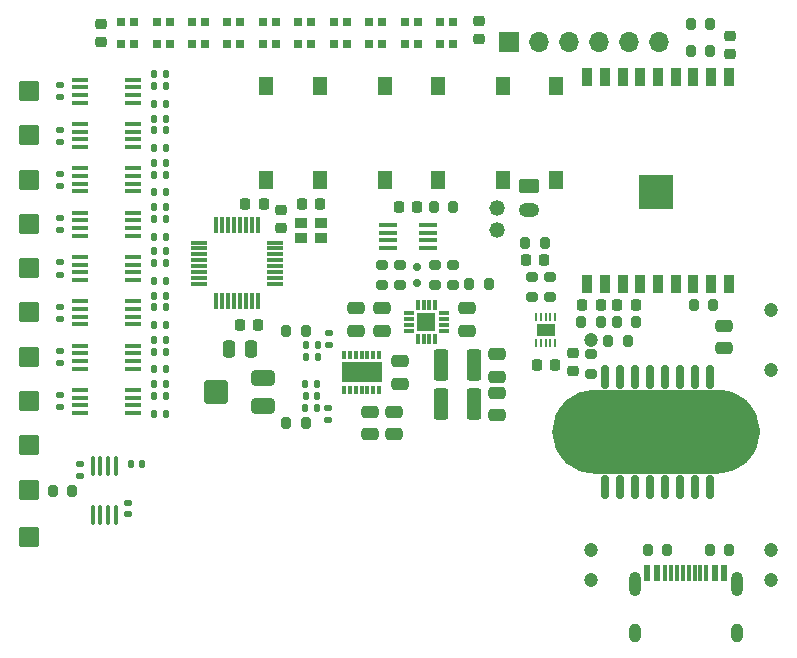
<source format=gbr>
%TF.GenerationSoftware,KiCad,Pcbnew,9.0.2*%
%TF.CreationDate,2025-12-06T18:07:06+09:00*%
%TF.ProjectId,ECG,4543472e-6b69-4636-9164-5f7063625858,rev?*%
%TF.SameCoordinates,Original*%
%TF.FileFunction,Soldermask,Top*%
%TF.FilePolarity,Negative*%
%FSLAX46Y46*%
G04 Gerber Fmt 4.6, Leading zero omitted, Abs format (unit mm)*
G04 Created by KiCad (PCBNEW 9.0.2) date 2025-12-06 18:07:06*
%MOMM*%
%LPD*%
G01*
G04 APERTURE LIST*
G04 Aperture macros list*
%AMRoundRect*
0 Rectangle with rounded corners*
0 $1 Rounding radius*
0 $2 $3 $4 $5 $6 $7 $8 $9 X,Y pos of 4 corners*
0 Add a 4 corners polygon primitive as box body*
4,1,4,$2,$3,$4,$5,$6,$7,$8,$9,$2,$3,0*
0 Add four circle primitives for the rounded corners*
1,1,$1+$1,$2,$3*
1,1,$1+$1,$4,$5*
1,1,$1+$1,$6,$7*
1,1,$1+$1,$8,$9*
0 Add four rect primitives between the rounded corners*
20,1,$1+$1,$2,$3,$4,$5,0*
20,1,$1+$1,$4,$5,$6,$7,0*
20,1,$1+$1,$6,$7,$8,$9,0*
20,1,$1+$1,$8,$9,$2,$3,0*%
G04 Aperture macros list end*
%ADD10C,0.100000*%
%ADD11C,3.550000*%
%ADD12RoundRect,0.200000X-0.275000X0.200000X-0.275000X-0.200000X0.275000X-0.200000X0.275000X0.200000X0*%
%ADD13R,1.450000X0.450000*%
%ADD14R,1.300000X1.550000*%
%ADD15RoundRect,0.140000X-0.140000X-0.170000X0.140000X-0.170000X0.140000X0.170000X-0.140000X0.170000X0*%
%ADD16RoundRect,0.200000X-0.200000X-0.275000X0.200000X-0.275000X0.200000X0.275000X-0.200000X0.275000X0*%
%ADD17RoundRect,0.200000X0.200000X0.275000X-0.200000X0.275000X-0.200000X-0.275000X0.200000X-0.275000X0*%
%ADD18RoundRect,0.135000X0.135000X0.185000X-0.135000X0.185000X-0.135000X-0.185000X0.135000X-0.185000X0*%
%ADD19RoundRect,0.262500X-0.612500X-0.612500X0.612500X-0.612500X0.612500X0.612500X-0.612500X0.612500X0*%
%ADD20RoundRect,0.225000X-0.225000X-0.250000X0.225000X-0.250000X0.225000X0.250000X-0.225000X0.250000X0*%
%ADD21RoundRect,0.135000X0.185000X-0.135000X0.185000X0.135000X-0.185000X0.135000X-0.185000X-0.135000X0*%
%ADD22RoundRect,0.250000X0.475000X-0.250000X0.475000X0.250000X-0.475000X0.250000X-0.475000X-0.250000X0*%
%ADD23R,1.100000X0.900000*%
%ADD24R,0.700000X0.700000*%
%ADD25RoundRect,0.140000X0.140000X0.170000X-0.140000X0.170000X-0.140000X-0.170000X0.140000X-0.170000X0*%
%ADD26RoundRect,0.140000X0.170000X-0.140000X0.170000X0.140000X-0.170000X0.140000X-0.170000X-0.140000X0*%
%ADD27RoundRect,0.250000X-0.375000X-1.075000X0.375000X-1.075000X0.375000X1.075000X-0.375000X1.075000X0*%
%ADD28RoundRect,0.218750X-0.218750X-0.256250X0.218750X-0.256250X0.218750X0.256250X-0.218750X0.256250X0*%
%ADD29R,0.850000X0.300000*%
%ADD30R,0.300000X0.850000*%
%ADD31R,1.550000X1.550000*%
%ADD32RoundRect,0.100000X0.100000X-0.712500X0.100000X0.712500X-0.100000X0.712500X-0.100000X-0.712500X0*%
%ADD33RoundRect,0.135000X-0.185000X0.135000X-0.185000X-0.135000X0.185000X-0.135000X0.185000X0.135000X0*%
%ADD34R,0.300000X0.800000*%
%ADD35R,3.400000X1.800000*%
%ADD36RoundRect,0.218750X0.256250X-0.218750X0.256250X0.218750X-0.256250X0.218750X-0.256250X-0.218750X0*%
%ADD37RoundRect,0.250000X-0.475000X0.250000X-0.475000X-0.250000X0.475000X-0.250000X0.475000X0.250000X0*%
%ADD38RoundRect,0.218750X0.218750X0.256250X-0.218750X0.256250X-0.218750X-0.256250X0.218750X-0.256250X0*%
%ADD39RoundRect,0.225000X-0.250000X0.225000X-0.250000X-0.225000X0.250000X-0.225000X0.250000X0.225000X0*%
%ADD40R,1.450000X0.300000*%
%ADD41R,0.300000X1.450000*%
%ADD42R,0.900000X1.500000*%
%ADD43C,0.600000*%
%ADD44R,2.900000X2.900000*%
%ADD45RoundRect,0.150000X0.150000X-0.875000X0.150000X0.875000X-0.150000X0.875000X-0.150000X-0.875000X0*%
%ADD46RoundRect,0.250000X0.375000X1.075000X-0.375000X1.075000X-0.375000X-1.075000X0.375000X-1.075000X0*%
%ADD47RoundRect,0.150000X-0.200000X0.150000X-0.200000X-0.150000X0.200000X-0.150000X0.200000X0.150000X0*%
%ADD48RoundRect,0.225000X0.225000X0.250000X-0.225000X0.250000X-0.225000X-0.250000X0.225000X-0.250000X0*%
%ADD49R,1.600000X0.300000*%
%ADD50RoundRect,0.250000X-0.750000X0.400000X-0.750000X-0.400000X0.750000X-0.400000X0.750000X0.400000X0*%
%ADD51RoundRect,0.250000X-0.750000X0.750000X-0.750000X-0.750000X0.750000X-0.750000X0.750000X0.750000X0*%
%ADD52RoundRect,0.200000X0.275000X-0.200000X0.275000X0.200000X-0.275000X0.200000X-0.275000X-0.200000X0*%
%ADD53R,0.200000X0.750000*%
%ADD54R,1.600000X1.000000*%
%ADD55RoundRect,0.140000X-0.170000X0.140000X-0.170000X-0.140000X0.170000X-0.140000X0.170000X0.140000X0*%
%ADD56RoundRect,0.250000X-0.250000X-0.475000X0.250000X-0.475000X0.250000X0.475000X-0.250000X0.475000X0*%
%ADD57RoundRect,0.225000X0.250000X-0.225000X0.250000X0.225000X-0.250000X0.225000X-0.250000X-0.225000X0*%
%ADD58R,0.600000X1.450000*%
%ADD59O,1.000000X2.100000*%
%ADD60O,1.000000X1.600000*%
%ADD61R,1.700000X1.700000*%
%ADD62O,1.700000X1.700000*%
%ADD63C,1.320000*%
%ADD64C,1.200000*%
%ADD65RoundRect,0.250000X-0.625000X0.350000X-0.625000X-0.350000X0.625000X-0.350000X0.625000X0.350000X0*%
%ADD66O,1.750000X1.200000*%
G04 APERTURE END LIST*
D10*
X181500000Y-99017767D02*
X191964466Y-99017767D01*
X191964466Y-106017767D01*
X181500000Y-106017767D01*
X181500000Y-99017767D01*
G36*
X181500000Y-99017767D02*
G01*
X191964466Y-99017767D01*
X191964466Y-106017767D01*
X181500000Y-106017767D01*
X181500000Y-99017767D01*
G37*
D11*
X183275000Y-102517767D02*
G75*
G02*
X179725000Y-102517767I-1775000J0D01*
G01*
X179725000Y-102517767D02*
G75*
G02*
X183275000Y-102517767I1775000J0D01*
G01*
X193757233Y-102500000D02*
G75*
G02*
X190207233Y-102500000I-1775000J0D01*
G01*
X190207233Y-102500000D02*
G75*
G02*
X193757233Y-102500000I1775000J0D01*
G01*
D12*
%TO.C,R26*%
X165049999Y-88424999D03*
X165049999Y-90074999D03*
%TD*%
D13*
%TO.C,IC3*%
X137975000Y-80225000D03*
X137975000Y-80875000D03*
X137975000Y-81525000D03*
X137975000Y-82175000D03*
X142425000Y-82175000D03*
X142425000Y-81525000D03*
X142425000Y-80875000D03*
X142425000Y-80225000D03*
%TD*%
D14*
%TO.C,SW2*%
X163750000Y-81230000D03*
X163750000Y-73270000D03*
X168250000Y-81230000D03*
X168250000Y-73270000D03*
%TD*%
D15*
%TO.C,C16*%
X144270000Y-93500000D03*
X145230000Y-93500000D03*
%TD*%
D16*
%TO.C,R41*%
X189925000Y-91750000D03*
X191575000Y-91750000D03*
%TD*%
D17*
%TO.C,R32*%
X177325000Y-86500000D03*
X175675000Y-86500000D03*
%TD*%
D18*
%TO.C,R11*%
X145260000Y-77000000D03*
X144240000Y-77000000D03*
%TD*%
D17*
%TO.C,R9*%
X137325000Y-107500000D03*
X135675000Y-107500000D03*
%TD*%
D13*
%TO.C,IC6*%
X137975000Y-91475000D03*
X137975000Y-92125000D03*
X137975000Y-92775000D03*
X137975000Y-93425000D03*
X142425000Y-93425000D03*
X142425000Y-92775000D03*
X142425000Y-92125000D03*
X142425000Y-91475000D03*
%TD*%
D16*
%TO.C,R18*%
X155425000Y-94000000D03*
X157075000Y-94000000D03*
%TD*%
D19*
%TO.C,TP3*%
X133675000Y-81175000D03*
%TD*%
D15*
%TO.C,C4*%
X142270000Y-105250000D03*
X143230000Y-105250000D03*
%TD*%
D14*
%TO.C,SW3*%
X178250000Y-73270000D03*
X178250000Y-81230000D03*
X173750000Y-73270000D03*
X173750000Y-81230000D03*
%TD*%
D15*
%TO.C,C19*%
X144270000Y-98500000D03*
X145230000Y-98500000D03*
%TD*%
D20*
%TO.C,C37*%
X176625000Y-96900000D03*
X178175000Y-96900000D03*
%TD*%
D21*
%TO.C,R4*%
X136250000Y-85460000D03*
X136250000Y-84440000D03*
%TD*%
D13*
%TO.C,IC8*%
X137975000Y-98975000D03*
X137975000Y-99625000D03*
X137975000Y-100275000D03*
X137975000Y-100925000D03*
X142425000Y-100925000D03*
X142425000Y-100275000D03*
X142425000Y-99625000D03*
X142425000Y-98975000D03*
%TD*%
D18*
%TO.C,R14*%
X145260000Y-88250000D03*
X144240000Y-88250000D03*
%TD*%
D19*
%TO.C,TP7*%
X133675000Y-96175000D03*
%TD*%
D15*
%TO.C,C13*%
X144270000Y-87250000D03*
X145230000Y-87250000D03*
%TD*%
D16*
%TO.C,R34*%
X180425000Y-93250000D03*
X182075000Y-93250000D03*
%TD*%
D21*
%TO.C,R7*%
X136250000Y-96710000D03*
X136250000Y-95690000D03*
%TD*%
D17*
%TO.C,R40*%
X191325000Y-70250000D03*
X189675000Y-70250000D03*
%TD*%
D12*
%TO.C,R31*%
X176250000Y-89425000D03*
X176250000Y-91075000D03*
%TD*%
D22*
%TO.C,C29*%
X162549999Y-102749997D03*
X162549999Y-100849999D03*
%TD*%
D12*
%TO.C,R25*%
X163549999Y-88424999D03*
X163549999Y-90074999D03*
%TD*%
D23*
%TO.C,Y1*%
X158375000Y-84850000D03*
X156675000Y-84850000D03*
X156675000Y-86150000D03*
X158375000Y-86150000D03*
%TD*%
D24*
%TO.C,LED9*%
X165450000Y-69665000D03*
X166550000Y-69665000D03*
X166550000Y-67835000D03*
X165450000Y-67835000D03*
%TD*%
D19*
%TO.C,TP5*%
X133675000Y-88675000D03*
%TD*%
D25*
%TO.C,C26*%
X158079999Y-96199999D03*
X157119999Y-96199999D03*
%TD*%
D26*
%TO.C,C3*%
X142000000Y-109480000D03*
X142000000Y-108520000D03*
%TD*%
D24*
%TO.C,LED4*%
X150450000Y-69665000D03*
X151550000Y-69665000D03*
X151550000Y-67835000D03*
X150450000Y-67835000D03*
%TD*%
D13*
%TO.C,IC4*%
X137975000Y-83975000D03*
X137975000Y-84625000D03*
X137975000Y-85275000D03*
X137975000Y-85925000D03*
X142425000Y-85925000D03*
X142425000Y-85275000D03*
X142425000Y-84625000D03*
X142425000Y-83975000D03*
%TD*%
D21*
%TO.C,R8*%
X136250000Y-100460000D03*
X136250000Y-99440000D03*
%TD*%
D15*
%TO.C,C12*%
X144270000Y-86000000D03*
X145230000Y-86000000D03*
%TD*%
D27*
%TO.C,L1*%
X168500001Y-96899998D03*
X171299999Y-96899998D03*
%TD*%
D21*
%TO.C,R1*%
X136250000Y-74210000D03*
X136250000Y-73190000D03*
%TD*%
D18*
%TO.C,R12*%
X145260000Y-80750000D03*
X144240000Y-80750000D03*
%TD*%
D28*
%TO.C,D1*%
X175712499Y-88000000D03*
X177287501Y-88000000D03*
%TD*%
D16*
%TO.C,R38*%
X186020000Y-112500000D03*
X187670000Y-112500000D03*
%TD*%
D19*
%TO.C,TP10*%
X133675000Y-107425000D03*
%TD*%
D29*
%TO.C,IC10*%
X165850000Y-92499998D03*
X165850000Y-92999998D03*
X165850000Y-93499998D03*
X165850000Y-93999998D03*
D30*
X166550000Y-94699998D03*
X167050000Y-94699998D03*
X167550000Y-94699998D03*
X168050000Y-94699998D03*
D29*
X168750000Y-93999998D03*
X168750000Y-93499998D03*
X168750000Y-92999998D03*
X168750000Y-92499998D03*
D30*
X168050000Y-91799998D03*
X167550000Y-91799998D03*
X167050000Y-91799998D03*
X166550000Y-91799998D03*
D31*
X167300000Y-93249998D03*
%TD*%
D24*
%TO.C,LED5*%
X153450000Y-69665000D03*
X154550000Y-69665000D03*
X154550000Y-67835000D03*
X153450000Y-67835000D03*
%TD*%
D18*
%TO.C,R21*%
X158059998Y-98499999D03*
X157040000Y-98499999D03*
%TD*%
D19*
%TO.C,TP2*%
X133675000Y-77425000D03*
%TD*%
D32*
%TO.C,U1*%
X139025000Y-109612500D03*
X139675000Y-109612500D03*
X140325000Y-109612500D03*
X140975000Y-109612500D03*
X140975000Y-105387500D03*
X140325000Y-105387500D03*
X139675000Y-105387500D03*
X139025000Y-105387500D03*
%TD*%
D22*
%TO.C,C31*%
X164549999Y-102749998D03*
X164549999Y-100850000D03*
%TD*%
D19*
%TO.C,TP11*%
X133675000Y-111425000D03*
%TD*%
D33*
%TO.C,R24*%
X158999999Y-100490000D03*
X158999999Y-101509998D03*
%TD*%
D17*
%TO.C,R30*%
X172575000Y-89999999D03*
X170925000Y-89999999D03*
%TD*%
D19*
%TO.C,TP4*%
X133675000Y-84925000D03*
%TD*%
D18*
%TO.C,R16*%
X145260000Y-95750000D03*
X144240000Y-95750000D03*
%TD*%
D21*
%TO.C,R2*%
X136250000Y-77960000D03*
X136250000Y-76940000D03*
%TD*%
D34*
%TO.C,PS1*%
X160300000Y-98999999D03*
X160800000Y-98999999D03*
X161300000Y-98999999D03*
X161800000Y-98999999D03*
X162300000Y-98999999D03*
X162800000Y-98999999D03*
X163300000Y-98999999D03*
X163300000Y-95999999D03*
X162800000Y-95999999D03*
X162300000Y-95999999D03*
X161800000Y-95999999D03*
X161300000Y-95999999D03*
X160800000Y-95999999D03*
X160300000Y-95999999D03*
D35*
X161800000Y-97499999D03*
%TD*%
D36*
%TO.C,D2*%
X179700000Y-97387501D03*
X179700000Y-95812499D03*
%TD*%
D20*
%TO.C,C22*%
X151475000Y-93500000D03*
X153025000Y-93500000D03*
%TD*%
D21*
%TO.C,R23*%
X159049999Y-95209998D03*
X159049999Y-94190000D03*
%TD*%
D37*
%TO.C,C28*%
X161299999Y-92050000D03*
X161299999Y-93949998D03*
%TD*%
D38*
%TO.C,D4*%
X185037500Y-91750000D03*
X183462500Y-91750000D03*
%TD*%
D39*
%TO.C,C24*%
X155000000Y-83725000D03*
X155000000Y-85275000D03*
%TD*%
D22*
%TO.C,C36*%
X173300000Y-101099997D03*
X173300000Y-99199999D03*
%TD*%
D40*
%TO.C,IC9*%
X148025000Y-86500000D03*
X148025000Y-87000000D03*
X148025000Y-87500000D03*
X148025000Y-88000000D03*
X148025000Y-88500000D03*
X148025000Y-89000000D03*
X148025000Y-89500000D03*
X148025000Y-90000000D03*
D41*
X149500000Y-91475000D03*
X150000000Y-91475000D03*
X150500000Y-91475000D03*
X151000000Y-91475000D03*
X151500000Y-91475000D03*
X152000000Y-91475000D03*
X152500000Y-91475000D03*
X153000000Y-91475000D03*
D40*
X154475000Y-90000000D03*
X154475000Y-89500000D03*
X154475000Y-89000000D03*
X154475000Y-88500000D03*
X154475000Y-88000000D03*
X154475000Y-87500000D03*
X154475000Y-87000000D03*
X154475000Y-86500000D03*
D41*
X153000000Y-85025000D03*
X152500000Y-85025000D03*
X152000000Y-85025000D03*
X151500000Y-85025000D03*
X151000000Y-85025000D03*
X150500000Y-85025000D03*
X150000000Y-85025000D03*
X149500000Y-85025000D03*
%TD*%
D13*
%TO.C,IC7*%
X137975000Y-95225000D03*
X137975000Y-95875000D03*
X137975000Y-96525000D03*
X137975000Y-97175000D03*
X142425000Y-97175000D03*
X142425000Y-96525000D03*
X142425000Y-95875000D03*
X142425000Y-95225000D03*
%TD*%
D42*
%TO.C,U2*%
X192900000Y-72500000D03*
X191400000Y-72500000D03*
X189900000Y-72500000D03*
X188400000Y-72500000D03*
X186900000Y-72500000D03*
X185400000Y-72500000D03*
X183900000Y-72500000D03*
X182400000Y-72500000D03*
X180900000Y-72500000D03*
X180900000Y-90000000D03*
X182400000Y-90000000D03*
X183900000Y-90000000D03*
X185400000Y-90000000D03*
X186900000Y-90000000D03*
X188400000Y-90000000D03*
X189900000Y-90000000D03*
X191400000Y-90000000D03*
X192900000Y-90000000D03*
D43*
X187250000Y-81110000D03*
X186150000Y-81110000D03*
X187800000Y-81660000D03*
X186700000Y-81660000D03*
X185600000Y-81660000D03*
X187250000Y-82210000D03*
D44*
X186700000Y-82210000D03*
D43*
X186150000Y-82210000D03*
X187800000Y-82760000D03*
X186700000Y-82760000D03*
X185600000Y-82760000D03*
X187250000Y-83310000D03*
X186150000Y-83310000D03*
%TD*%
D45*
%TO.C,U3*%
X182400000Y-107195000D03*
X183670000Y-107195000D03*
X184940000Y-107195000D03*
X186210000Y-107195000D03*
X187480000Y-107195000D03*
X188750000Y-107195000D03*
X190020000Y-107195000D03*
X191290000Y-107195000D03*
X191290000Y-97895000D03*
X190020000Y-97895000D03*
X188750000Y-97895000D03*
X187480000Y-97895000D03*
X186210000Y-97895000D03*
X184940000Y-97895000D03*
X183670000Y-97895000D03*
X182400000Y-97895000D03*
%TD*%
D13*
%TO.C,IC1*%
X137975000Y-72725000D03*
X137975000Y-73375000D03*
X137975000Y-74025000D03*
X137975000Y-74675000D03*
X142425000Y-74675000D03*
X142425000Y-74025000D03*
X142425000Y-73375000D03*
X142425000Y-72725000D03*
%TD*%
D24*
%TO.C,LED1*%
X141450000Y-69665000D03*
X142550000Y-69665000D03*
X142550000Y-67835000D03*
X141450000Y-67835000D03*
%TD*%
D15*
%TO.C,C20*%
X144270000Y-101000000D03*
X145230000Y-101000000D03*
%TD*%
D17*
%TO.C,R42*%
X192920000Y-112500000D03*
X191270000Y-112500000D03*
%TD*%
D18*
%TO.C,R17*%
X145260000Y-99500000D03*
X144240000Y-99500000D03*
%TD*%
D39*
%TO.C,C34*%
X171750000Y-67725000D03*
X171750000Y-69275000D03*
%TD*%
D14*
%TO.C,SW1*%
X153750000Y-81230000D03*
X153750000Y-73270000D03*
X158250000Y-81230000D03*
X158250000Y-73270000D03*
%TD*%
D18*
%TO.C,R22*%
X158059998Y-100499999D03*
X157040000Y-100499999D03*
%TD*%
D22*
%TO.C,C33*%
X170750000Y-93949998D03*
X170750000Y-92050000D03*
%TD*%
D37*
%TO.C,C35*%
X173300000Y-95949999D03*
X173300000Y-97849997D03*
%TD*%
D24*
%TO.C,LED10*%
X168450000Y-69665000D03*
X169550000Y-69665000D03*
X169550000Y-67835000D03*
X168450000Y-67835000D03*
%TD*%
D28*
%TO.C,D3*%
X180462500Y-91750000D03*
X182037500Y-91750000D03*
%TD*%
D18*
%TO.C,R20*%
X158109998Y-95199999D03*
X157090000Y-95199999D03*
%TD*%
D15*
%TO.C,C9*%
X144270000Y-79750000D03*
X145230000Y-79750000D03*
%TD*%
D17*
%TO.C,R27*%
X169575000Y-83500000D03*
X167925000Y-83500000D03*
%TD*%
D46*
%TO.C,L2*%
X171299999Y-100149998D03*
X168500001Y-100149998D03*
%TD*%
D17*
%TO.C,R37*%
X185075000Y-93250000D03*
X183425000Y-93250000D03*
%TD*%
D39*
%TO.C,C2*%
X139750000Y-67975000D03*
X139750000Y-69525000D03*
%TD*%
D15*
%TO.C,C15*%
X144270000Y-91000000D03*
X145230000Y-91000000D03*
%TD*%
D47*
%TO.C,D5*%
X166500000Y-89950000D03*
X166500000Y-88550000D03*
%TD*%
D19*
%TO.C,TP6*%
X133675000Y-92425000D03*
%TD*%
D48*
%TO.C,C23*%
X153525000Y-83250000D03*
X151975000Y-83250000D03*
%TD*%
D37*
%TO.C,C38*%
X192500000Y-93550001D03*
X192500000Y-95449999D03*
%TD*%
D15*
%TO.C,C7*%
X144270000Y-76000000D03*
X145230000Y-76000000D03*
%TD*%
D19*
%TO.C,TP9*%
X133675000Y-103675000D03*
%TD*%
D16*
%TO.C,R39*%
X189675000Y-68000000D03*
X191325000Y-68000000D03*
%TD*%
D24*
%TO.C,LED2*%
X144450000Y-69665000D03*
X145550000Y-69665000D03*
X145550000Y-67835000D03*
X144450000Y-67835000D03*
%TD*%
D21*
%TO.C,R5*%
X136250000Y-89210000D03*
X136250000Y-88190000D03*
%TD*%
D15*
%TO.C,C18*%
X144270000Y-97250000D03*
X145230000Y-97250000D03*
%TD*%
D24*
%TO.C,LED7*%
X159450000Y-69665000D03*
X160550000Y-69665000D03*
X160550000Y-67835000D03*
X159450000Y-67835000D03*
%TD*%
D17*
%TO.C,R19*%
X157075000Y-101750000D03*
X155425000Y-101750000D03*
%TD*%
D49*
%TO.C,U4*%
X164050000Y-85025000D03*
X164050000Y-85675000D03*
X164050000Y-86325000D03*
X164050000Y-86975000D03*
X167450000Y-86975000D03*
X167450000Y-86325000D03*
X167450000Y-85675000D03*
X167450000Y-85025000D03*
%TD*%
D50*
%TO.C,RV1*%
X153500000Y-98000000D03*
D51*
X149499999Y-99150000D03*
D50*
X153500000Y-100300000D03*
%TD*%
D12*
%TO.C,R35*%
X181200000Y-95975000D03*
X181200000Y-97625000D03*
%TD*%
%TO.C,R33*%
X177750000Y-89424999D03*
X177750000Y-91074999D03*
%TD*%
D15*
%TO.C,C5*%
X144250000Y-72250000D03*
X145210000Y-72250000D03*
%TD*%
D24*
%TO.C,LED8*%
X162450000Y-69665000D03*
X163550000Y-69665000D03*
X163550000Y-67835000D03*
X162450000Y-67835000D03*
%TD*%
D17*
%TO.C,R36*%
X184325000Y-94800000D03*
X182675000Y-94800000D03*
%TD*%
D18*
%TO.C,R15*%
X145260000Y-92000000D03*
X144240000Y-92000000D03*
%TD*%
D52*
%TO.C,R29*%
X169549999Y-90074999D03*
X169549999Y-88424999D03*
%TD*%
D15*
%TO.C,C10*%
X144270000Y-82250000D03*
X145230000Y-82250000D03*
%TD*%
%TO.C,C11*%
X144270000Y-83500000D03*
X145230000Y-83500000D03*
%TD*%
%TO.C,C6*%
X144270000Y-74750000D03*
X145230000Y-74750000D03*
%TD*%
D37*
%TO.C,C32*%
X165049999Y-96550000D03*
X165049999Y-98449998D03*
%TD*%
D15*
%TO.C,C17*%
X144270000Y-94750000D03*
X145230000Y-94750000D03*
%TD*%
D53*
%TO.C,IC11*%
X176600000Y-95000000D03*
X177000000Y-95000000D03*
X177400000Y-94999999D03*
X177800000Y-95000000D03*
X178200000Y-95000000D03*
X178200000Y-92800000D03*
X177800000Y-92800000D03*
X177400000Y-92800001D03*
X177000000Y-92800000D03*
X176600000Y-92800000D03*
D54*
X177400000Y-93900000D03*
%TD*%
D18*
%TO.C,R13*%
X145260000Y-84500000D03*
X144240000Y-84500000D03*
%TD*%
D15*
%TO.C,C14*%
X144270000Y-89750000D03*
X145230000Y-89750000D03*
%TD*%
D13*
%TO.C,IC2*%
X137975000Y-76475000D03*
X137975000Y-77125000D03*
X137975000Y-77775000D03*
X137975000Y-78425000D03*
X142425000Y-78425000D03*
X142425000Y-77775000D03*
X142425000Y-77125000D03*
X142425000Y-76475000D03*
%TD*%
D18*
%TO.C,R10*%
X145260000Y-73250000D03*
X144240000Y-73250000D03*
%TD*%
D48*
%TO.C,C25*%
X158300000Y-83250000D03*
X156750000Y-83250000D03*
%TD*%
D24*
%TO.C,LED3*%
X147450000Y-69665000D03*
X148550000Y-69665000D03*
X148550000Y-67835000D03*
X147450000Y-67835000D03*
%TD*%
D15*
%TO.C,C8*%
X144270000Y-78500000D03*
X145230000Y-78500000D03*
%TD*%
D24*
%TO.C,LED6*%
X156450000Y-69665000D03*
X157550000Y-69665000D03*
X157550000Y-67835000D03*
X156450000Y-67835000D03*
%TD*%
D55*
%TO.C,C1*%
X138000000Y-105270000D03*
X138000000Y-106230000D03*
%TD*%
D21*
%TO.C,R6*%
X136250000Y-92960000D03*
X136250000Y-91940000D03*
%TD*%
D25*
%TO.C,C27*%
X158029999Y-99500000D03*
X157069999Y-99500000D03*
%TD*%
D12*
%TO.C,R28*%
X168049998Y-88425000D03*
X168049998Y-90075000D03*
%TD*%
D48*
%TO.C,C40*%
X166525000Y-83500000D03*
X164975000Y-83500000D03*
%TD*%
D56*
%TO.C,C21*%
X150550001Y-95500000D03*
X152449999Y-95500000D03*
%TD*%
D57*
%TO.C,C39*%
X193000000Y-70550000D03*
X193000000Y-69000000D03*
%TD*%
D19*
%TO.C,TP1*%
X133675000Y-73675000D03*
%TD*%
D21*
%TO.C,R3*%
X136250000Y-81710000D03*
X136250000Y-80690000D03*
%TD*%
D13*
%TO.C,IC5*%
X137975000Y-87725000D03*
X137975000Y-88375000D03*
X137975000Y-89025000D03*
X137975000Y-89675000D03*
X142425000Y-89675000D03*
X142425000Y-89025000D03*
X142425000Y-88375000D03*
X142425000Y-87725000D03*
%TD*%
D19*
%TO.C,TP8*%
X133675000Y-99925000D03*
%TD*%
D22*
%TO.C,C30*%
X163549999Y-93949998D03*
X163549999Y-92050000D03*
%TD*%
D58*
%TO.C,J2*%
X186000000Y-114455000D03*
X186800000Y-114455000D03*
D41*
X188000000Y-114455000D03*
X189000000Y-114455000D03*
X189500000Y-114455000D03*
X190500000Y-114455000D03*
D58*
X191700000Y-114455000D03*
X192500000Y-114455000D03*
X192500000Y-114455000D03*
X191700000Y-114455000D03*
D41*
X191000000Y-114455000D03*
X190000000Y-114455000D03*
X188500000Y-114455000D03*
X187500000Y-114455000D03*
D58*
X186800000Y-114455000D03*
X186000000Y-114455000D03*
D59*
X184930000Y-115370000D03*
D60*
X184930000Y-119550000D03*
D59*
X193570000Y-115370000D03*
D60*
X193570000Y-119550000D03*
%TD*%
D61*
%TO.C,J1*%
X174250000Y-69500000D03*
D62*
X176790000Y-69500000D03*
X179329999Y-69500000D03*
X181870000Y-69500000D03*
X184410000Y-69500000D03*
X186950000Y-69500000D03*
%TD*%
D63*
%TO.C,TH1*%
X173250000Y-85400000D03*
X173250000Y-83600000D03*
%TD*%
D64*
%TO.C,PS2*%
X181225000Y-115055000D03*
X181225000Y-112515000D03*
X181225000Y-94735000D03*
X196465000Y-92195000D03*
X196465000Y-97275000D03*
X196465000Y-112515000D03*
X196465000Y-115055000D03*
%TD*%
D65*
%TO.C,BT1*%
X176000000Y-81749999D03*
D66*
X176000000Y-83750000D03*
%TD*%
M02*

</source>
